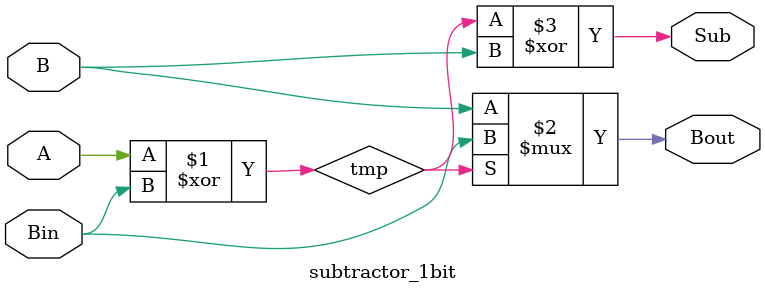
<source format=v>

module subtractor_1bit (
    input A,
    input B,
    input Bin,
    output Sub,
    output Bout
);

    wire tmp;

    // XOR + MUX
    assign tmp = A ^ Bin;
    assign Bout = tmp ? Bin : B;
    assign Sub = tmp ^ B;

endmodule

</source>
